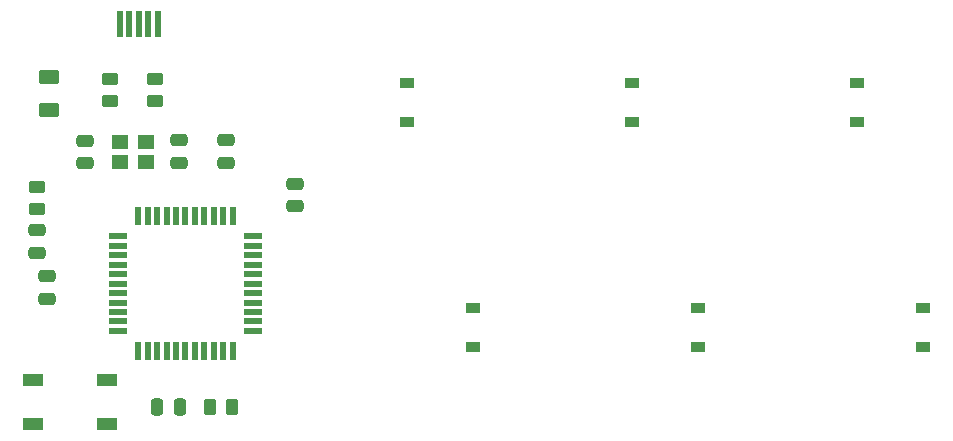
<source format=gbr>
%TF.GenerationSoftware,KiCad,Pcbnew,(6.0.11)*%
%TF.CreationDate,2023-05-27T14:51:32-04:00*%
%TF.ProjectId,MacroPad1.0,4d616372-6f50-4616-9431-2e302e6b6963,rev?*%
%TF.SameCoordinates,Original*%
%TF.FileFunction,Paste,Bot*%
%TF.FilePolarity,Positive*%
%FSLAX46Y46*%
G04 Gerber Fmt 4.6, Leading zero omitted, Abs format (unit mm)*
G04 Created by KiCad (PCBNEW (6.0.11)) date 2023-05-27 14:51:32*
%MOMM*%
%LPD*%
G01*
G04 APERTURE LIST*
G04 Aperture macros list*
%AMRoundRect*
0 Rectangle with rounded corners*
0 $1 Rounding radius*
0 $2 $3 $4 $5 $6 $7 $8 $9 X,Y pos of 4 corners*
0 Add a 4 corners polygon primitive as box body*
4,1,4,$2,$3,$4,$5,$6,$7,$8,$9,$2,$3,0*
0 Add four circle primitives for the rounded corners*
1,1,$1+$1,$2,$3*
1,1,$1+$1,$4,$5*
1,1,$1+$1,$6,$7*
1,1,$1+$1,$8,$9*
0 Add four rect primitives between the rounded corners*
20,1,$1+$1,$2,$3,$4,$5,0*
20,1,$1+$1,$4,$5,$6,$7,0*
20,1,$1+$1,$6,$7,$8,$9,0*
20,1,$1+$1,$8,$9,$2,$3,0*%
G04 Aperture macros list end*
%ADD10RoundRect,0.250000X0.262500X0.450000X-0.262500X0.450000X-0.262500X-0.450000X0.262500X-0.450000X0*%
%ADD11RoundRect,0.250000X0.475000X-0.250000X0.475000X0.250000X-0.475000X0.250000X-0.475000X-0.250000X0*%
%ADD12R,1.200000X0.900000*%
%ADD13RoundRect,0.250000X-0.475000X0.250000X-0.475000X-0.250000X0.475000X-0.250000X0.475000X0.250000X0*%
%ADD14RoundRect,0.250000X-0.450000X0.262500X-0.450000X-0.262500X0.450000X-0.262500X0.450000X0.262500X0*%
%ADD15RoundRect,0.250000X-0.625000X0.375000X-0.625000X-0.375000X0.625000X-0.375000X0.625000X0.375000X0*%
%ADD16RoundRect,0.250000X-0.250000X-0.475000X0.250000X-0.475000X0.250000X0.475000X-0.250000X0.475000X0*%
%ADD17R,1.800000X1.100000*%
%ADD18R,0.500000X2.250000*%
%ADD19R,1.500000X0.550000*%
%ADD20R,0.550000X1.500000*%
%ADD21R,1.400000X1.200000*%
G04 APERTURE END LIST*
D10*
%TO.C,R4*%
X89273500Y-110204250D03*
X87448500Y-110204250D03*
%TD*%
D11*
%TO.C,C6*%
X94615000Y-93247250D03*
X94615000Y-91347250D03*
%TD*%
D12*
%TO.C,D3*%
X123158250Y-82773250D03*
X123158250Y-86073250D03*
%TD*%
D13*
%TO.C,C2*%
X84836000Y-87664250D03*
X84836000Y-89564250D03*
%TD*%
D11*
%TO.C,C3*%
X76835000Y-89596000D03*
X76835000Y-87696000D03*
%TD*%
D12*
%TO.C,D1*%
X104140000Y-82773250D03*
X104140000Y-86073250D03*
%TD*%
%TO.C,D6*%
X147828000Y-101823250D03*
X147828000Y-105123250D03*
%TD*%
D14*
%TO.C,R3*%
X72771000Y-91638750D03*
X72771000Y-93463750D03*
%TD*%
%TO.C,R1*%
X78994000Y-82494750D03*
X78994000Y-84319750D03*
%TD*%
D12*
%TO.C,D2*%
X109696250Y-101823250D03*
X109696250Y-105123250D03*
%TD*%
D11*
%TO.C,C4*%
X73660000Y-101060250D03*
X73660000Y-99160250D03*
%TD*%
D15*
%TO.C,F1*%
X73787000Y-82261250D03*
X73787000Y-85061250D03*
%TD*%
D11*
%TO.C,C1*%
X88773000Y-89564250D03*
X88773000Y-87664250D03*
%TD*%
D16*
%TO.C,C5*%
X82966000Y-110204250D03*
X84866000Y-110204250D03*
%TD*%
D17*
%TO.C,SW1*%
X78665000Y-107973250D03*
X72465000Y-111673250D03*
X78665000Y-111673250D03*
X72465000Y-107973250D03*
%TD*%
D12*
%TO.C,D4*%
X128778000Y-101823250D03*
X128778000Y-105123250D03*
%TD*%
D18*
%TO.C,USB1*%
X83007000Y-77782500D03*
X82207000Y-77782500D03*
X81407000Y-77782500D03*
X80607000Y-77782500D03*
X79807000Y-77782500D03*
%TD*%
D12*
%TO.C,D5*%
X142240000Y-82773250D03*
X142240000Y-86073250D03*
%TD*%
D19*
%TO.C,U1*%
X79644000Y-103790250D03*
X79644000Y-102990250D03*
X79644000Y-102190250D03*
X79644000Y-101390250D03*
X79644000Y-100590250D03*
X79644000Y-99790250D03*
X79644000Y-98990250D03*
X79644000Y-98190250D03*
X79644000Y-97390250D03*
X79644000Y-96590250D03*
X79644000Y-95790250D03*
D20*
X81344000Y-94090250D03*
X82144000Y-94090250D03*
X82944000Y-94090250D03*
X83744000Y-94090250D03*
X84544000Y-94090250D03*
X85344000Y-94090250D03*
X86144000Y-94090250D03*
X86944000Y-94090250D03*
X87744000Y-94090250D03*
X88544000Y-94090250D03*
X89344000Y-94090250D03*
D19*
X91044000Y-95790250D03*
X91044000Y-96590250D03*
X91044000Y-97390250D03*
X91044000Y-98190250D03*
X91044000Y-98990250D03*
X91044000Y-99790250D03*
X91044000Y-100590250D03*
X91044000Y-101390250D03*
X91044000Y-102190250D03*
X91044000Y-102990250D03*
X91044000Y-103790250D03*
D20*
X89344000Y-105490250D03*
X88544000Y-105490250D03*
X87744000Y-105490250D03*
X86944000Y-105490250D03*
X86144000Y-105490250D03*
X85344000Y-105490250D03*
X84544000Y-105490250D03*
X83744000Y-105490250D03*
X82944000Y-105490250D03*
X82144000Y-105490250D03*
X81344000Y-105490250D03*
%TD*%
D14*
%TO.C,R2*%
X82804000Y-82494750D03*
X82804000Y-84319750D03*
%TD*%
D13*
%TO.C,C7*%
X72771000Y-95284250D03*
X72771000Y-97184250D03*
%TD*%
D21*
%TO.C,Y1*%
X81999000Y-89464250D03*
X79799000Y-89464250D03*
X79799000Y-87764250D03*
X81999000Y-87764250D03*
%TD*%
M02*

</source>
